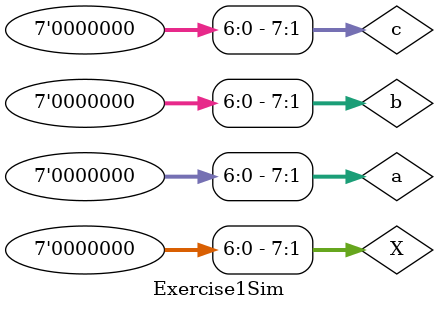
<source format=v>
`timescale 1ns / 1ps

module Exercise1Sim(

    );
    
    reg [7:0]X,a,b,c;
    wire [10:0]Y;
    Exercise1 dut (
        .X(X),
        .a(a),
        .b(b),
        .c(c),
        .Y(Y)
    );


    initial begin
        X = $random;
        a = $random;
        b = $random;
        c = $random;


        repeat (10) begin
            #10
            X = $random;
            a = $random;
            b = $random;
            c = $random;
            
        end

    end
endmodule

</source>
